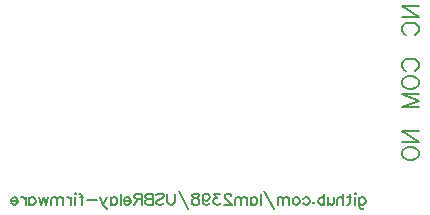
<source format=gbo>
G04 Layer: BottomSilkscreenLayer*
G04 EasyEDA v6.5.46, 2024-12-21 23:49:30*
G04 8bcf984c9a2246bc867cf991e714a68b,90bc6745850c4897ba40f9b8fad946ce,10*
G04 Gerber Generator version 0.2*
G04 Scale: 100 percent, Rotated: No, Reflected: No *
G04 Dimensions in millimeters *
G04 leading zeros omitted , absolute positions ,4 integer and 5 decimal *
%FSLAX45Y45*%
%MOMM*%

%ADD10C,0.2030*%

%LPD*%
D10*
X6066853Y5695190D02*
G01*
X6066853Y5622462D01*
X6071400Y5608828D01*
X6075946Y5604281D01*
X6085037Y5599737D01*
X6098672Y5599737D01*
X6107762Y5604281D01*
X6066853Y5681553D02*
G01*
X6075946Y5690646D01*
X6085037Y5695190D01*
X6098672Y5695190D01*
X6107762Y5690646D01*
X6116853Y5681553D01*
X6121400Y5667918D01*
X6121400Y5658827D01*
X6116853Y5645190D01*
X6107762Y5636099D01*
X6098672Y5631553D01*
X6085037Y5631553D01*
X6075946Y5636099D01*
X6066853Y5645190D01*
X6036853Y5727009D02*
G01*
X6032309Y5722462D01*
X6027762Y5727009D01*
X6032309Y5731553D01*
X6036853Y5727009D01*
X6032309Y5695190D02*
G01*
X6032309Y5631553D01*
X5984128Y5727009D02*
G01*
X5984128Y5649737D01*
X5979581Y5636099D01*
X5970490Y5631553D01*
X5961400Y5631553D01*
X5997762Y5695190D02*
G01*
X5965946Y5695190D01*
X5931400Y5727009D02*
G01*
X5931400Y5631553D01*
X5931400Y5677009D02*
G01*
X5917763Y5690646D01*
X5908672Y5695190D01*
X5895037Y5695190D01*
X5885947Y5690646D01*
X5881400Y5677009D01*
X5881400Y5631553D01*
X5851400Y5695190D02*
G01*
X5851400Y5649737D01*
X5846853Y5636099D01*
X5837763Y5631553D01*
X5824128Y5631553D01*
X5815037Y5636099D01*
X5801400Y5649737D01*
X5801400Y5695190D02*
G01*
X5801400Y5631553D01*
X5771400Y5727009D02*
G01*
X5771400Y5631553D01*
X5771400Y5681553D02*
G01*
X5762310Y5690646D01*
X5753219Y5695190D01*
X5739582Y5695190D01*
X5730491Y5690646D01*
X5721400Y5681553D01*
X5716854Y5667918D01*
X5716854Y5658827D01*
X5721400Y5645190D01*
X5730491Y5636099D01*
X5739582Y5631553D01*
X5753219Y5631553D01*
X5762310Y5636099D01*
X5771400Y5645190D01*
X5682310Y5654281D02*
G01*
X5686854Y5649737D01*
X5682310Y5645190D01*
X5677763Y5649737D01*
X5682310Y5654281D01*
X5593219Y5681553D02*
G01*
X5602310Y5690646D01*
X5611401Y5695190D01*
X5625038Y5695190D01*
X5634128Y5690646D01*
X5643219Y5681553D01*
X5647763Y5667918D01*
X5647763Y5658827D01*
X5643219Y5645190D01*
X5634128Y5636099D01*
X5625038Y5631553D01*
X5611401Y5631553D01*
X5602310Y5636099D01*
X5593219Y5645190D01*
X5540491Y5695190D02*
G01*
X5549582Y5690646D01*
X5558673Y5681553D01*
X5563219Y5667918D01*
X5563219Y5658827D01*
X5558673Y5645190D01*
X5549582Y5636099D01*
X5540491Y5631553D01*
X5526854Y5631553D01*
X5517763Y5636099D01*
X5508673Y5645190D01*
X5504129Y5658827D01*
X5504129Y5667918D01*
X5508673Y5681553D01*
X5517763Y5690646D01*
X5526854Y5695190D01*
X5540491Y5695190D01*
X5474129Y5695190D02*
G01*
X5474129Y5631553D01*
X5474129Y5677009D02*
G01*
X5460491Y5690646D01*
X5451401Y5695190D01*
X5437764Y5695190D01*
X5428673Y5690646D01*
X5424129Y5677009D01*
X5424129Y5631553D01*
X5424129Y5677009D02*
G01*
X5410492Y5690646D01*
X5401401Y5695190D01*
X5387764Y5695190D01*
X5378673Y5690646D01*
X5374129Y5677009D01*
X5374129Y5631553D01*
X5262311Y5745190D02*
G01*
X5344129Y5599737D01*
X5232311Y5727009D02*
G01*
X5232311Y5631553D01*
X5147764Y5695190D02*
G01*
X5147764Y5631553D01*
X5147764Y5681553D02*
G01*
X5156855Y5690646D01*
X5165948Y5695190D01*
X5179583Y5695190D01*
X5188673Y5690646D01*
X5197764Y5681553D01*
X5202311Y5667918D01*
X5202311Y5658827D01*
X5197764Y5645190D01*
X5188673Y5636099D01*
X5179583Y5631553D01*
X5165948Y5631553D01*
X5156855Y5636099D01*
X5147764Y5645190D01*
X5117764Y5695190D02*
G01*
X5117764Y5631553D01*
X5117764Y5677009D02*
G01*
X5104129Y5690646D01*
X5095039Y5695190D01*
X5081402Y5695190D01*
X5072311Y5690646D01*
X5067764Y5677009D01*
X5067764Y5631553D01*
X5067764Y5677009D02*
G01*
X5054130Y5690646D01*
X5045039Y5695190D01*
X5031402Y5695190D01*
X5022311Y5690646D01*
X5017764Y5677009D01*
X5017764Y5631553D01*
X4983220Y5704281D02*
G01*
X4983220Y5708827D01*
X4978674Y5717918D01*
X4974130Y5722462D01*
X4965039Y5727009D01*
X4946855Y5727009D01*
X4937765Y5722462D01*
X4933221Y5717918D01*
X4928674Y5708827D01*
X4928674Y5699737D01*
X4933221Y5690646D01*
X4942311Y5677009D01*
X4987764Y5631553D01*
X4924130Y5631553D01*
X4885039Y5727009D02*
G01*
X4835039Y5727009D01*
X4862311Y5690646D01*
X4848674Y5690646D01*
X4839583Y5686099D01*
X4835039Y5681553D01*
X4830493Y5667918D01*
X4830493Y5658827D01*
X4835039Y5645190D01*
X4844130Y5636099D01*
X4857765Y5631553D01*
X4871402Y5631553D01*
X4885039Y5636099D01*
X4889583Y5640646D01*
X4894130Y5649737D01*
X4741402Y5695190D02*
G01*
X4745949Y5681553D01*
X4755040Y5672462D01*
X4768674Y5667918D01*
X4773221Y5667918D01*
X4786856Y5672462D01*
X4795949Y5681553D01*
X4800493Y5695190D01*
X4800493Y5699737D01*
X4795949Y5713371D01*
X4786856Y5722462D01*
X4773221Y5727009D01*
X4768674Y5727009D01*
X4755040Y5722462D01*
X4745949Y5713371D01*
X4741402Y5695190D01*
X4741402Y5672462D01*
X4745949Y5649737D01*
X4755040Y5636099D01*
X4768674Y5631553D01*
X4777765Y5631553D01*
X4791402Y5636099D01*
X4795949Y5645190D01*
X4688674Y5727009D02*
G01*
X4702312Y5722462D01*
X4706856Y5713371D01*
X4706856Y5704281D01*
X4702312Y5695190D01*
X4693221Y5690646D01*
X4675040Y5686099D01*
X4661402Y5681553D01*
X4652312Y5672462D01*
X4647765Y5663371D01*
X4647765Y5649737D01*
X4652312Y5640646D01*
X4656856Y5636099D01*
X4670493Y5631553D01*
X4688674Y5631553D01*
X4702312Y5636099D01*
X4706856Y5640646D01*
X4711402Y5649737D01*
X4711402Y5663371D01*
X4706856Y5672462D01*
X4697765Y5681553D01*
X4684130Y5686099D01*
X4665949Y5690646D01*
X4656856Y5695190D01*
X4652312Y5704281D01*
X4652312Y5713371D01*
X4656856Y5722462D01*
X4670493Y5727009D01*
X4688674Y5727009D01*
X4535949Y5745190D02*
G01*
X4617765Y5599737D01*
X4505949Y5727009D02*
G01*
X4505949Y5658827D01*
X4501403Y5645190D01*
X4492312Y5636099D01*
X4478675Y5631553D01*
X4469584Y5631553D01*
X4455949Y5636099D01*
X4446856Y5645190D01*
X4442312Y5658827D01*
X4442312Y5727009D01*
X4348675Y5713371D02*
G01*
X4357766Y5722462D01*
X4371403Y5727009D01*
X4389584Y5727009D01*
X4403222Y5722462D01*
X4412312Y5713371D01*
X4412312Y5704281D01*
X4407766Y5695190D01*
X4403222Y5690646D01*
X4394131Y5686099D01*
X4366856Y5677009D01*
X4357766Y5672462D01*
X4353222Y5667918D01*
X4348675Y5658827D01*
X4348675Y5645190D01*
X4357766Y5636099D01*
X4371403Y5631553D01*
X4389584Y5631553D01*
X4403222Y5636099D01*
X4412312Y5645190D01*
X4318675Y5727009D02*
G01*
X4318675Y5631553D01*
X4318675Y5727009D02*
G01*
X4277766Y5727009D01*
X4264131Y5722462D01*
X4259585Y5717918D01*
X4255041Y5708827D01*
X4255041Y5699737D01*
X4259585Y5690646D01*
X4264131Y5686099D01*
X4277766Y5681553D01*
X4318675Y5681553D02*
G01*
X4277766Y5681553D01*
X4264131Y5677009D01*
X4259585Y5672462D01*
X4255041Y5663371D01*
X4255041Y5649737D01*
X4259585Y5640646D01*
X4264131Y5636099D01*
X4277766Y5631553D01*
X4318675Y5631553D01*
X4225041Y5727009D02*
G01*
X4225041Y5631553D01*
X4225041Y5727009D02*
G01*
X4184131Y5727009D01*
X4170494Y5722462D01*
X4165950Y5717918D01*
X4161403Y5708827D01*
X4161403Y5699737D01*
X4165950Y5690646D01*
X4170494Y5686099D01*
X4184131Y5681553D01*
X4225041Y5681553D01*
X4193222Y5681553D02*
G01*
X4161403Y5631553D01*
X4131403Y5667918D02*
G01*
X4076857Y5667918D01*
X4076857Y5677009D01*
X4081404Y5686099D01*
X4085950Y5690646D01*
X4095041Y5695190D01*
X4108676Y5695190D01*
X4117766Y5690646D01*
X4126857Y5681553D01*
X4131403Y5667918D01*
X4131403Y5658827D01*
X4126857Y5645190D01*
X4117766Y5636099D01*
X4108676Y5631553D01*
X4095041Y5631553D01*
X4085950Y5636099D01*
X4076857Y5645190D01*
X4046857Y5727009D02*
G01*
X4046857Y5631553D01*
X3962313Y5695190D02*
G01*
X3962313Y5631553D01*
X3962313Y5681553D02*
G01*
X3971404Y5690646D01*
X3980494Y5695190D01*
X3994132Y5695190D01*
X4003222Y5690646D01*
X4012313Y5681553D01*
X4016857Y5667918D01*
X4016857Y5658827D01*
X4012313Y5645190D01*
X4003222Y5636099D01*
X3994132Y5631553D01*
X3980494Y5631553D01*
X3971404Y5636099D01*
X3962313Y5645190D01*
X3927767Y5695190D02*
G01*
X3900495Y5631553D01*
X3873223Y5695190D02*
G01*
X3900495Y5631553D01*
X3909585Y5613372D01*
X3918676Y5604281D01*
X3927767Y5599737D01*
X3932313Y5599737D01*
X3843223Y5672462D02*
G01*
X3761404Y5672462D01*
X3695042Y5727009D02*
G01*
X3704132Y5727009D01*
X3713223Y5722462D01*
X3717767Y5708827D01*
X3717767Y5631553D01*
X3731404Y5695190D02*
G01*
X3699586Y5695190D01*
X3665042Y5727009D02*
G01*
X3660495Y5722462D01*
X3655951Y5727009D01*
X3660495Y5731553D01*
X3665042Y5727009D01*
X3660495Y5695190D02*
G01*
X3660495Y5631553D01*
X3625951Y5695190D02*
G01*
X3625951Y5631553D01*
X3625951Y5667918D02*
G01*
X3621404Y5681553D01*
X3612314Y5690646D01*
X3603223Y5695190D01*
X3589586Y5695190D01*
X3559586Y5695190D02*
G01*
X3559586Y5631553D01*
X3559586Y5677009D02*
G01*
X3545951Y5690646D01*
X3536858Y5695190D01*
X3523223Y5695190D01*
X3514133Y5690646D01*
X3509586Y5677009D01*
X3509586Y5631553D01*
X3509586Y5677009D02*
G01*
X3495951Y5690646D01*
X3486858Y5695190D01*
X3473223Y5695190D01*
X3464133Y5690646D01*
X3459586Y5677009D01*
X3459586Y5631553D01*
X3429586Y5695190D02*
G01*
X3411405Y5631553D01*
X3393224Y5695190D02*
G01*
X3411405Y5631553D01*
X3393224Y5695190D02*
G01*
X3375042Y5631553D01*
X3356858Y5695190D02*
G01*
X3375042Y5631553D01*
X3272315Y5695190D02*
G01*
X3272315Y5631553D01*
X3272315Y5681553D02*
G01*
X3281405Y5690646D01*
X3290496Y5695190D01*
X3304133Y5695190D01*
X3313224Y5690646D01*
X3322314Y5681553D01*
X3326858Y5667918D01*
X3326858Y5658827D01*
X3322314Y5645190D01*
X3313224Y5636099D01*
X3304133Y5631553D01*
X3290496Y5631553D01*
X3281405Y5636099D01*
X3272315Y5645190D01*
X3242315Y5695190D02*
G01*
X3242315Y5631553D01*
X3242315Y5667918D02*
G01*
X3237768Y5681553D01*
X3228677Y5690646D01*
X3219587Y5695190D01*
X3205952Y5695190D01*
X3175952Y5667918D02*
G01*
X3121406Y5667918D01*
X3121406Y5677009D01*
X3125952Y5686099D01*
X3130496Y5690646D01*
X3139587Y5695190D01*
X3153224Y5695190D01*
X3162315Y5690646D01*
X3171405Y5681553D01*
X3175952Y5667918D01*
X3175952Y5658827D01*
X3171405Y5645190D01*
X3162315Y5636099D01*
X3153224Y5631553D01*
X3139587Y5631553D01*
X3130496Y5636099D01*
X3121406Y5645190D01*
X6427236Y7315200D02*
G01*
X6570418Y7315200D01*
X6427236Y7315200D02*
G01*
X6570418Y7219746D01*
X6427236Y7219746D02*
G01*
X6570418Y7219746D01*
X6461328Y7072472D02*
G01*
X6447690Y7079292D01*
X6434053Y7092927D01*
X6427236Y7106564D01*
X6427236Y7133836D01*
X6434053Y7147473D01*
X6447690Y7161108D01*
X6461328Y7167928D01*
X6481782Y7174745D01*
X6515872Y7174745D01*
X6536326Y7167928D01*
X6549964Y7161108D01*
X6563601Y7147473D01*
X6570418Y7133836D01*
X6570418Y7106564D01*
X6563601Y7092927D01*
X6549964Y7079292D01*
X6536326Y7072472D01*
X6461328Y6768426D02*
G01*
X6447690Y6775246D01*
X6434053Y6788881D01*
X6427236Y6802518D01*
X6427236Y6829790D01*
X6434053Y6843428D01*
X6447690Y6857062D01*
X6461328Y6863882D01*
X6481782Y6870700D01*
X6515872Y6870700D01*
X6536326Y6863882D01*
X6549964Y6857062D01*
X6563601Y6843428D01*
X6570418Y6829790D01*
X6570418Y6802518D01*
X6563601Y6788881D01*
X6549964Y6775246D01*
X6536326Y6768426D01*
X6427236Y6682519D02*
G01*
X6434053Y6696153D01*
X6447690Y6709790D01*
X6461328Y6716608D01*
X6481782Y6723428D01*
X6515872Y6723428D01*
X6536326Y6716608D01*
X6549964Y6709790D01*
X6563601Y6696153D01*
X6570418Y6682519D01*
X6570418Y6655247D01*
X6563601Y6641609D01*
X6549964Y6627972D01*
X6536326Y6621155D01*
X6515872Y6614337D01*
X6481782Y6614337D01*
X6461328Y6621155D01*
X6447690Y6627972D01*
X6434053Y6641609D01*
X6427236Y6655247D01*
X6427236Y6682519D01*
X6427236Y6569336D02*
G01*
X6570418Y6569336D01*
X6427236Y6569336D02*
G01*
X6570418Y6514792D01*
X6427236Y6460246D02*
G01*
X6570418Y6514792D01*
X6427236Y6460246D02*
G01*
X6570418Y6460246D01*
X6427236Y6261100D02*
G01*
X6570418Y6261100D01*
X6427236Y6261100D02*
G01*
X6570418Y6165646D01*
X6427236Y6165646D02*
G01*
X6570418Y6165646D01*
X6427236Y6079736D02*
G01*
X6434053Y6093373D01*
X6447690Y6107008D01*
X6461328Y6113828D01*
X6481782Y6120645D01*
X6515872Y6120645D01*
X6536326Y6113828D01*
X6549964Y6107008D01*
X6563601Y6093373D01*
X6570418Y6079736D01*
X6570418Y6052464D01*
X6563601Y6038827D01*
X6549964Y6025192D01*
X6536326Y6018372D01*
X6515872Y6011555D01*
X6481782Y6011555D01*
X6461328Y6018372D01*
X6447690Y6025192D01*
X6434053Y6038827D01*
X6427236Y6052464D01*
X6427236Y6079736D01*
M02*

</source>
